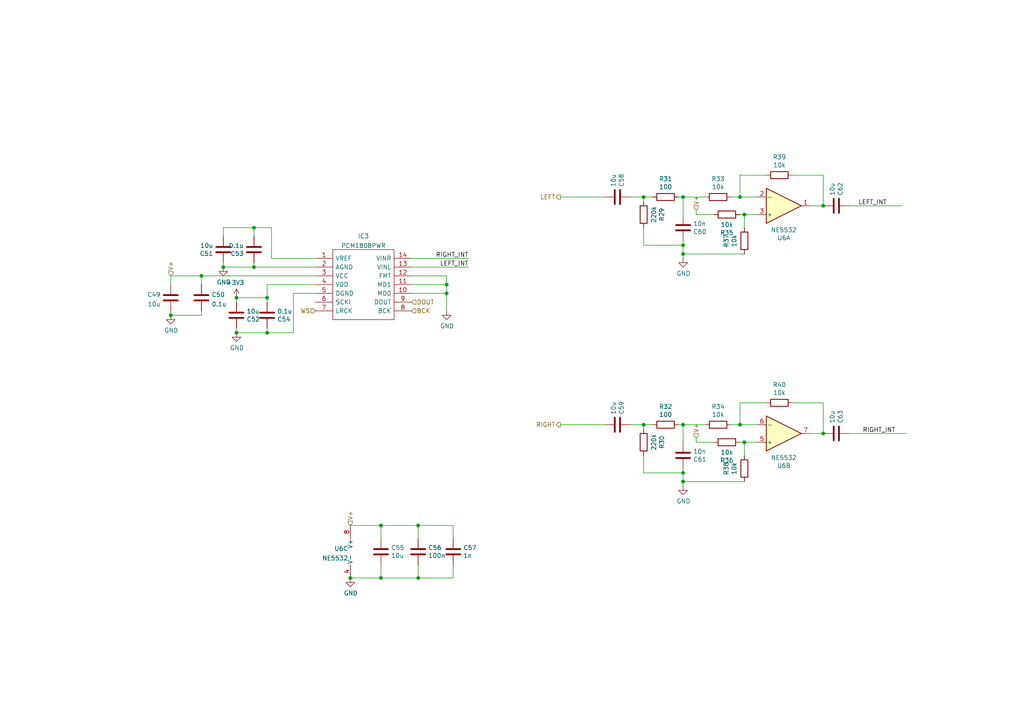
<source format=kicad_sch>
(kicad_sch (version 20211123) (generator eeschema)
  (paper "A4")
  (lib_symbols
    (symbol "Amplifier_Operational:NE5532" (pin_names (offset 0.127))
      (property "Reference" "U" (at 0 5.08 0))
      (property "Value" "NE5532" (at 0 -5.08 0))
      (symbol "NE5532_1_1"
        (polyline (pts (xy -5.08 5.08) (xy 5.08 0) (xy -5.08 -5.08) (xy -5.08 5.08)) (stroke (width 0.254)) (fill (type background)))
        (pin output line (at 7.62 0 180) (length 2.54) (name "~") (number "1"))
        (pin input line (at -7.62 -2.54 0) (length 2.54) (name "-") (number "2"))
        (pin input line (at -7.62 2.54 0) (length 2.54) (name "+") (number "3"))
      )
      (symbol "NE5532_2_1"
        (polyline (pts (xy -5.08 5.08) (xy 5.08 0) (xy -5.08 -5.08) (xy -5.08 5.08)) (stroke (width 0.254)) (fill (type background)))
        (pin input line (at -7.62 2.54 0) (length 2.54) (name "+") (number "5"))
        (pin input line (at -7.62 -2.54 0) (length 2.54) (name "-") (number "6"))
        (pin output line (at 7.62 0 180) (length 2.54) (name "~") (number "7"))
      )
      (symbol "NE5532_3_1"
        (pin power_in line (at -2.54 -7.62 90) (length 3.81) (name "V-") (number "4"))
        (pin power_in line (at -2.54 7.62 270) (length 3.81) (name "V+") (number "8"))
      )
    )
    (symbol "Device:C" (pin_numbers hide) (pin_names (offset 0.254))
      (property "Reference" "C" (at 0.635 2.54 0))
      (property "Value" "C" (at 0.635 -2.54 0))
      (symbol "C_0_1"
        (polyline (pts (xy -2.032 -0.762) (xy 2.032 -0.762)) (stroke (width 0.508)))
        (polyline (pts (xy -2.032 0.762) (xy 2.032 0.762)) (stroke (width 0.508)))
      )
      (symbol "C_1_1"
        (pin passive line (at 0 3.81 270) (length 2.794) (name "~") (number "1"))
        (pin passive line (at 0 -3.81 90) (length 2.794) (name "~") (number "2"))
      )
    )
    (symbol "Device:R" (pin_numbers hide) (pin_names (offset 0))
      (property "Reference" "R" (at 2.032 0 90))
      (property "Value" "R" (at 0 0 90))
      (symbol "R_0_1"
        (rectangle (start -1.016 -2.54) (end 1.016 2.54) (stroke (width 0.254)))
      )
      (symbol "R_1_1"
        (pin passive line (at 0 3.81 270) (length 1.27) (name "~") (number "1"))
        (pin passive line (at 0 -3.81 90) (length 1.27) (name "~") (number "2"))
      )
    )
    (symbol "SamacSys_Parts:PCM1808PWR" (pin_names (offset 0.762))
      (property "Reference" "IC" (at 24.13 7.62 0))
      (property "Value" "PCM1808PWR" (at 24.13 5.08 0))
      (symbol "PCM1808PWR_0_0"
        (pin passive line (at 0 0 0) (length 5.08) (name "VREF") (number "1"))
        (pin passive line (at 27.94 -10.16 180) (length 5.08) (name "MD0") (number "10"))
        (pin passive line (at 27.94 -7.62 180) (length 5.08) (name "MD1") (number "11"))
        (pin passive line (at 27.94 -5.08 180) (length 5.08) (name "FMT") (number "12"))
        (pin passive line (at 27.94 -2.54 180) (length 5.08) (name "VINL") (number "13"))
        (pin passive line (at 27.94 0 180) (length 5.08) (name "VINR") (number "14"))
        (pin passive line (at 0 -2.54 0) (length 5.08) (name "AGND") (number "2"))
        (pin passive line (at 0 -5.08 0) (length 5.08) (name "VCC") (number "3"))
        (pin passive line (at 0 -7.62 0) (length 5.08) (name "VDD") (number "4"))
        (pin passive line (at 0 -10.16 0) (length 5.08) (name "DGND") (number "5"))
        (pin passive line (at 0 -12.7 0) (length 5.08) (name "SCKI") (number "6"))
        (pin passive line (at 0 -15.24 0) (length 5.08) (name "LRCK") (number "7"))
        (pin passive line (at 27.94 -15.24 180) (length 5.08) (name "BCK") (number "8"))
        (pin passive line (at 27.94 -12.7 180) (length 5.08) (name "DOUT") (number "9"))
      )
      (symbol "PCM1808PWR_0_1"
        (polyline (pts (xy 5.08 2.54) (xy 22.86 2.54) (xy 22.86 -17.78) (xy 5.08 -17.78) (xy 5.08 2.54)) (stroke (width 0.1524)))
      )
    )
    (symbol "power:+3.3V" (power) (pin_names (offset 0))
      (property "Value" "+3.3V" (at 0 3.556 0))
      (symbol "+3.3V_0_1"
        (polyline (pts (xy -0.762 1.27) (xy 0 2.54)))
        (polyline (pts (xy 0 0) (xy 0 2.54)))
        (polyline (pts (xy 0 2.54) (xy 0.762 1.27)))
      )
      (symbol "+3.3V_1_1"
        (pin power_in line (at 0 0 90) (length 0) hide (name "+3V3") (number "1"))
      )
    )
    (symbol "power:GND" (power) (pin_names (offset 0))
      (property "Value" "GND" (at 0 -3.81 0))
      (symbol "GND_0_1"
        (polyline (pts (xy 0 0) (xy 0 -1.27) (xy 1.27 -1.27) (xy 0 -2.54) (xy -1.27 -1.27) (xy 0 -1.27)))
      )
      (symbol "GND_1_1"
        (pin power_in line (at 0 0 270) (length 0) hide (name "GND") (number "1"))
      )
    )
  )
  (junction (at 68.58 86.36))
  (junction (at 129.54 85.09))
  (junction (at 129.54 82.55))
  (junction (at 68.58 96.52))
  (junction (at 110.49 152.4))
  (junction (at 215.9 128.27))
  (junction (at 198.12 139.7))
  (junction (at 64.77 77.47))
  (junction (at 198.12 137.16))
  (junction (at 49.53 91.44))
  (junction (at 110.49 167.64))
  (junction (at 238.76 125.73))
  (junction (at 121.285 167.64))
  (junction (at 214.63 123.19))
  (junction (at 101.6 167.64))
  (junction (at 73.66 77.47))
  (junction (at 186.69 57.15))
  (junction (at 77.47 86.36))
  (junction (at 186.69 123.19))
  (junction (at 198.12 123.19))
  (junction (at 77.47 96.52))
  (junction (at 198.12 57.15))
  (junction (at 198.12 73.66))
  (junction (at 238.76 59.69))
  (junction (at 58.42 80.01))
  (junction (at 215.9 62.23))
  (junction (at 121.285 152.4))
  (junction (at 73.66 66.04))
  (junction (at 214.63 57.15))
  (junction (at 198.12 71.12))
  (wire (pts (xy 214.63 50.8) (xy 222.25 50.8)))
  (wire (pts (xy 64.77 77.47) (xy 64.77 76.2)))
  (wire (pts (xy 207.01 128.27) (xy 201.93 128.27)))
  (wire (pts (xy 121.285 152.4) (xy 121.285 156.21)))
  (wire (pts (xy 198.12 73.66) (xy 215.9 73.66)))
  (wire (pts (xy 182.88 123.19) (xy 186.69 123.19)))
  (wire (pts (xy 186.69 123.19) (xy 189.23 123.19)))
  (wire (pts (xy 58.42 91.44) (xy 49.53 91.44)))
  (wire (pts (xy 204.47 123.19) (xy 198.12 123.19)))
  (wire (pts (xy 214.63 116.84) (xy 222.25 116.84)))
  (wire (pts (xy 77.47 87.63) (xy 77.47 86.36)))
  (wire (pts (xy 182.88 57.15) (xy 186.69 57.15)))
  (wire (pts (xy 73.66 68.58) (xy 73.66 66.04)))
  (wire (pts (xy 214.63 62.23) (xy 215.9 62.23)))
  (wire (pts (xy 198.12 139.7) (xy 198.12 140.97)))
  (wire (pts (xy 201.93 128.27) (xy 201.93 127)))
  (wire (pts (xy 214.63 123.19) (xy 219.71 123.19)))
  (wire (pts (xy 91.44 82.55) (xy 77.47 82.55)))
  (wire (pts (xy 85.09 85.09) (xy 85.09 96.52)))
  (wire (pts (xy 229.87 116.84) (xy 238.76 116.84)))
  (wire (pts (xy 246.38 59.69) (xy 261.62 59.69)))
  (wire (pts (xy 73.66 77.47) (xy 64.77 77.47)))
  (wire (pts (xy 129.54 80.01) (xy 129.54 82.55)))
  (wire (pts (xy 77.47 96.52) (xy 68.58 96.52)))
  (wire (pts (xy 101.6 152.4) (xy 110.49 152.4)))
  (wire (pts (xy 91.44 85.09) (xy 85.09 85.09)))
  (wire (pts (xy 78.74 74.93) (xy 78.74 66.04)))
  (wire (pts (xy 58.42 82.55) (xy 58.42 80.01)))
  (wire (pts (xy 198.12 73.66) (xy 198.12 74.93)))
  (wire (pts (xy 121.285 163.83) (xy 121.285 167.64)))
  (wire (pts (xy 73.66 76.2) (xy 73.66 77.47)))
  (wire (pts (xy 68.58 96.52) (xy 68.58 95.25)))
  (wire (pts (xy 129.54 85.09) (xy 129.54 90.17)))
  (wire (pts (xy 73.66 77.47) (xy 91.44 77.47)))
  (wire (pts (xy 121.285 167.64) (xy 131.445 167.64)))
  (wire (pts (xy 229.87 50.8) (xy 238.76 50.8)))
  (wire (pts (xy 68.58 86.36) (xy 68.58 87.63)))
  (wire (pts (xy 186.69 71.12) (xy 198.12 71.12)))
  (wire (pts (xy 215.9 128.27) (xy 215.9 132.08)))
  (wire (pts (xy 215.9 62.23) (xy 219.71 62.23)))
  (wire (pts (xy 186.69 66.04) (xy 186.69 71.12)))
  (wire (pts (xy 77.47 95.25) (xy 77.47 96.52)))
  (wire (pts (xy 77.47 86.36) (xy 77.47 82.55)))
  (wire (pts (xy 212.09 123.19) (xy 214.63 123.19)))
  (wire (pts (xy 198.12 71.12) (xy 198.12 73.66)))
  (wire (pts (xy 204.47 57.15) (xy 198.12 57.15)))
  (wire (pts (xy 110.49 152.4) (xy 110.49 156.21)))
  (wire (pts (xy 186.69 137.16) (xy 198.12 137.16)))
  (wire (pts (xy 119.38 77.47) (xy 135.89 77.47)))
  (wire (pts (xy 201.93 62.23) (xy 201.93 60.96)))
  (wire (pts (xy 121.285 152.4) (xy 131.445 152.4)))
  (wire (pts (xy 101.6 167.64) (xy 110.49 167.64)))
  (wire (pts (xy 58.42 80.01) (xy 49.53 80.01)))
  (wire (pts (xy 207.01 62.23) (xy 201.93 62.23)))
  (wire (pts (xy 77.47 86.36) (xy 68.58 86.36)))
  (wire (pts (xy 214.63 50.8) (xy 214.63 57.15)))
  (wire (pts (xy 78.74 66.04) (xy 73.66 66.04)))
  (wire (pts (xy 49.53 91.44) (xy 49.53 90.17)))
  (wire (pts (xy 58.42 80.01) (xy 91.44 80.01)))
  (wire (pts (xy 198.12 139.7) (xy 215.9 139.7)))
  (wire (pts (xy 162.56 123.19) (xy 175.26 123.19)))
  (wire (pts (xy 91.44 74.93) (xy 78.74 74.93)))
  (wire (pts (xy 131.445 163.83) (xy 131.445 167.64)))
  (wire (pts (xy 212.09 57.15) (xy 214.63 57.15)))
  (wire (pts (xy 196.85 57.15) (xy 198.12 57.15)))
  (wire (pts (xy 234.95 125.73) (xy 238.76 125.73)))
  (wire (pts (xy 119.38 82.55) (xy 129.54 82.55)))
  (wire (pts (xy 215.9 128.27) (xy 219.71 128.27)))
  (wire (pts (xy 214.63 57.15) (xy 219.71 57.15)))
  (wire (pts (xy 198.12 137.16) (xy 198.12 139.7)))
  (wire (pts (xy 186.69 57.15) (xy 189.23 57.15)))
  (wire (pts (xy 186.69 124.46) (xy 186.69 123.19)))
  (wire (pts (xy 214.63 128.27) (xy 215.9 128.27)))
  (wire (pts (xy 186.69 132.08) (xy 186.69 137.16)))
  (wire (pts (xy 58.42 90.17) (xy 58.42 91.44)))
  (wire (pts (xy 119.38 85.09) (xy 129.54 85.09)))
  (wire (pts (xy 215.9 62.23) (xy 215.9 66.04)))
  (wire (pts (xy 110.49 167.64) (xy 121.285 167.64)))
  (wire (pts (xy 64.77 66.04) (xy 64.77 68.58)))
  (wire (pts (xy 246.38 125.73) (xy 262.89 125.73)))
  (wire (pts (xy 198.12 137.16) (xy 198.12 135.89)))
  (wire (pts (xy 73.66 66.04) (xy 64.77 66.04)))
  (wire (pts (xy 198.12 71.12) (xy 198.12 69.85)))
  (wire (pts (xy 131.445 152.4) (xy 131.445 156.21)))
  (wire (pts (xy 129.54 82.55) (xy 129.54 85.09)))
  (wire (pts (xy 234.95 59.69) (xy 238.76 59.69)))
  (wire (pts (xy 186.69 58.42) (xy 186.69 57.15)))
  (wire (pts (xy 119.38 74.93) (xy 135.89 74.93)))
  (wire (pts (xy 110.49 152.4) (xy 121.285 152.4)))
  (wire (pts (xy 238.76 50.8) (xy 238.76 59.69)))
  (wire (pts (xy 214.63 116.84) (xy 214.63 123.19)))
  (wire (pts (xy 49.53 80.01) (xy 49.53 82.55)))
  (wire (pts (xy 198.12 128.27) (xy 198.12 123.19)))
  (wire (pts (xy 119.38 80.01) (xy 129.54 80.01)))
  (wire (pts (xy 110.49 163.83) (xy 110.49 167.64)))
  (wire (pts (xy 77.47 96.52) (xy 85.09 96.52)))
  (wire (pts (xy 196.85 123.19) (xy 198.12 123.19)))
  (wire (pts (xy 238.76 116.84) (xy 238.76 125.73)))
  (wire (pts (xy 162.56 57.15) (xy 175.26 57.15)))
  (wire (pts (xy 198.12 62.23) (xy 198.12 57.15)))
  (label "RIGHT_INT" (at 135.89 74.93 180))
  (label "LEFT_INT" (at 135.89 77.47 180))
  (label "RIGHT_INT" (at 250.19 125.73 0))
  (label "LEFT_INT" (at 248.92 59.69 0))
  (hierarchical_label "BCK" (shape input) (at 119.38 90.17 0))
  (hierarchical_label "WS" (shape input) (at 91.44 90.17 180))
  (hierarchical_label "LEFT" (shape output) (at 162.56 57.15 180))
  (hierarchical_label "RIGHT" (shape output) (at 162.56 123.19 180))
  (hierarchical_label "DOUT" (shape input) (at 119.38 87.63 0))
  (hierarchical_label "V+" (shape input) (at 201.93 60.96 90))
  (hierarchical_label "V+" (shape input) (at 101.6 152.4 90))
  (hierarchical_label "V+" (shape input) (at 49.53 80.01 90))
  (hierarchical_label "V+" (shape input) (at 201.93 127 90))
  (symbol (lib_id "Device:C") (at 242.57 125.73 270) (mirror x) (unit 1)
    (property "Reference" "C63" (at 243.7384 122.809 0) (effects (justify left)))
    (property "Value" "10u" (at 241.427 122.809 0) (effects (justify left)))
    (property "Footprint" "Capacitor_SMD:C_0603_1608Metric" (effects hide))
  )
  (symbol (lib_id "Device:C") (at 49.53 86.36 0) (mirror x) (unit 1)
    (property "Reference" "C49" (at 46.6091 85.4515 0) (effects (justify right)))
    (property "Value" "10u" (at 46.6091 88.2266 0) (effects (justify right)))
    (property "Footprint" "Capacitor_SMD:C_0603_1608Metric" (effects hide))
  )
  (symbol (lib_id "power:GND") (at 129.54 90.17 0) (unit 1)
    (property "Reference" "#PWR052" (effects hide))
    (property "Value" "GND" (at 129.667 94.5642 0))
  )
  (symbol (lib_id "Device:C") (at 198.12 132.08 0) (mirror x) (unit 1)
    (property "Reference" "C61" (at 201.041 133.2484 0) (effects (justify left)))
    (property "Value" "10n" (at 201.041 130.937 0) (effects (justify left)))
    (property "Footprint" "Capacitor_SMD:C_0603_1608Metric" (effects hide))
  )
  (symbol (lib_id "Device:C") (at 131.445 160.02 0) (unit 1)
    (property "Reference" "C57" (at 134.366 158.8516 0) (effects (justify left)))
    (property "Value" "1n" (at 134.366 161.163 0) (effects (justify left)))
    (property "Footprint" "Capacitor_SMD:C_0603_1608Metric" (effects hide))
  )
  (symbol (lib_id "power:GND") (at 64.77 77.47 0) (unit 1)
    (property "Reference" "#PWR?" (effects hide))
    (property "Value" "GND" (at 64.897 81.8642 0))
  )
  (symbol (lib_id "Device:C") (at 198.12 66.04 0) (mirror x) (unit 1)
    (property "Reference" "C60" (at 201.041 67.2084 0) (effects (justify left)))
    (property "Value" "10n" (at 201.041 64.897 0) (effects (justify left)))
    (property "Footprint" "Capacitor_SMD:C_0603_1608Metric" (effects hide))
  )
  (symbol (lib_id "Amplifier_Operational:NE5532") (at 227.33 59.69 0) (mirror x) (unit 1)
    (property "Reference" "U6" (at 227.33 69.0118 0))
    (property "Value" "NE5532" (at 227.33 66.7004 0))
    (property "Footprint" "Package_SO:SOIC-8_3.9x4.9mm_P1.27mm" (effects hide))
    (property "Datasheet" "http://www.ti.com/lit/ds/symlink/ne5532.pdf" (effects hide))
  )
  (symbol (lib_id "power:GND") (at 68.58 96.52 0) (unit 1)
    (property "Reference" "#PWR049" (effects hide))
    (property "Value" "GND" (at 68.707 100.9142 0))
  )
  (symbol (lib_id "Device:C") (at 77.47 91.44 0) (mirror x) (unit 1)
    (property "Reference" "C54" (at 80.391 92.6084 0) (effects (justify left)))
    (property "Value" "0.1u" (at 80.391 90.297 0) (effects (justify left)))
    (property "Footprint" "Capacitor_SMD:C_0603_1608Metric" (effects hide))
  )
  (symbol (lib_id "Amplifier_Operational:NE5532") (at 99.06 160.02 0) (mirror y) (unit 3)
    (property "Reference" "U6" (at 100.965 159.1115 0) (effects (justify left)))
    (property "Value" "NE5532" (at 100.965 161.8866 0) (effects (justify left)))
    (property "Footprint" "Package_SO:SOIC-8_3.9x4.9mm_P1.27mm" (effects hide))
    (property "Datasheet" "http://www.ti.com/lit/ds/symlink/ne5532.pdf" (effects hide))
  )
  (symbol (lib_id "Device:C") (at 110.49 160.02 0) (unit 1)
    (property "Reference" "C55" (at 113.411 158.8516 0) (effects (justify left)))
    (property "Value" "10u" (at 113.411 161.163 0) (effects (justify left)))
    (property "Footprint" "Capacitor_SMD:C_0603_1608Metric" (effects hide))
  )
  (symbol (lib_id "power:+3.3V") (at 68.58 86.36 0) (mirror y) (unit 1)
    (property "Reference" "#PWR048" (effects hide))
    (property "Value" "+3.3V" (at 68.199 81.9658 0))
  )
  (symbol (lib_id "power:GND") (at 49.53 91.44 0) (unit 1)
    (property "Reference" "#PWR047" (effects hide))
    (property "Value" "GND" (at 49.657 95.8342 0))
  )
  (symbol (lib_id "SamacSys_Parts:PCM1808PWR") (at 91.44 74.93 0) (unit 1)
    (property "Reference" "IC3" (at 105.41 68.4743 0))
    (property "Value" "PCM1808PWR" (at 105.41 71.2494 0))
    (property "Footprint" "SamacSys_Parts:PCM1808PWR" (effects hide))
    (property "Datasheet" "http://www.ti.com/lit/gpn/PCM1808" (effects hide))
    (property "Description" "99dB SNR Stereo ADC With Single-Ended Inputs" (effects hide))
    (property "Height" "1.2" (effects hide))
    (property "Mouser Part Number" "595-PCM1808PWR" (effects hide))
    (property "Mouser Price/Stock" "https://www.mouser.co.uk/ProductDetail/Texas-Instruments/PCM1808PWR?qs=iSMark9AYDUN6MG%2FdYNqIg%3D%3D" (effects hide))
    (property "Manufacturer_Name" "Texas Instruments" (effects hide))
    (property "Manufacturer_Part_Number" "PCM1808PWR" (effects hide))
  )
  (symbol (lib_id "power:GND") (at 198.12 74.93 0) (unit 1)
    (property "Reference" "#PWR0127" (effects hide))
    (property "Value" "GND" (at 198.247 79.3242 0))
  )
  (symbol (lib_id "Device:R") (at 226.06 50.8 270) (mirror x) (unit 1)
    (property "Reference" "R39" (at 226.06 45.5422 90))
    (property "Value" "10k" (at 226.06 47.8536 90))
    (property "Footprint" "Resistor_SMD:R_0603_1608Metric" (effects hide))
  )
  (symbol (lib_id "power:GND") (at 198.12 140.97 0) (unit 1)
    (property "Reference" "#PWR0149" (effects hide))
    (property "Value" "GND" (at 198.247 145.3642 0))
  )
  (symbol (lib_id "Device:C") (at 73.66 72.39 180) (unit 1)
    (property "Reference" "C53" (at 70.739 73.5584 0) (effects (justify left)))
    (property "Value" "0.1u" (at 70.739 71.247 0) (effects (justify left)))
    (property "Footprint" "Capacitor_SMD:C_0603_1608Metric" (effects hide))
  )
  (symbol (lib_id "Device:C") (at 121.285 160.02 0) (unit 1)
    (property "Reference" "C56" (at 124.206 158.8516 0) (effects (justify left)))
    (property "Value" "100n" (at 124.206 161.163 0) (effects (justify left)))
    (property "Footprint" "Capacitor_SMD:C_0603_1608Metric" (effects hide))
  )
  (symbol (lib_id "Device:R") (at 208.28 57.15 270) (mirror x) (unit 1)
    (property "Reference" "R33" (at 208.28 51.8922 90))
    (property "Value" "10k" (at 208.28 54.2036 90))
    (property "Footprint" "Resistor_SMD:R_0603_1608Metric" (effects hide))
  )
  (symbol (lib_id "Amplifier_Operational:NE5532") (at 227.33 125.73 0) (mirror x) (unit 2)
    (property "Reference" "U6" (at 227.33 135.0518 0))
    (property "Value" "NE5532" (at 227.33 132.7404 0))
    (property "Footprint" "Package_SO:SOIC-8_3.9x4.9mm_P1.27mm" (effects hide))
    (property "Datasheet" "http://www.ti.com/lit/ds/symlink/ne5532.pdf" (effects hide))
  )
  (symbol (lib_id "Device:R") (at 186.69 128.27 0) (mirror x) (unit 1)
    (property "Reference" "R30" (at 191.9478 128.27 90))
    (property "Value" "220k" (at 189.6364 128.27 90))
    (property "Footprint" "Resistor_SMD:R_0603_1608Metric" (effects hide))
  )
  (symbol (lib_id "Device:R") (at 226.06 116.84 270) (mirror x) (unit 1)
    (property "Reference" "R40" (at 226.06 111.5822 90))
    (property "Value" "10k" (at 226.06 113.8936 90))
    (property "Footprint" "Resistor_SMD:R_0603_1608Metric" (effects hide))
  )
  (symbol (lib_id "Device:R") (at 215.9 135.89 0) (mirror y) (unit 1)
    (property "Reference" "R38" (at 210.6422 135.89 90))
    (property "Value" "10k" (at 212.9536 135.89 90))
    (property "Footprint" "Resistor_SMD:R_0603_1608Metric" (effects hide))
  )
  (symbol (lib_id "Device:R") (at 210.82 62.23 90) (mirror x) (unit 1)
    (property "Reference" "R35" (at 210.82 67.4878 90))
    (property "Value" "10k" (at 210.82 65.1764 90))
    (property "Footprint" "Resistor_SMD:R_0603_1608Metric" (effects hide))
  )
  (symbol (lib_id "Device:R") (at 208.28 123.19 270) (mirror x) (unit 1)
    (property "Reference" "R34" (at 208.28 117.9322 90))
    (property "Value" "10k" (at 208.28 120.2436 90))
    (property "Footprint" "Resistor_SMD:R_0603_1608Metric" (effects hide))
  )
  (symbol (lib_id "Device:C") (at 179.07 123.19 270) (mirror x) (unit 1)
    (property "Reference" "C59" (at 180.2384 120.269 0) (effects (justify left)))
    (property "Value" "10u" (at 177.927 120.269 0) (effects (justify left)))
    (property "Footprint" "Capacitor_SMD:C_0603_1608Metric" (effects hide))
  )
  (symbol (lib_id "Device:C") (at 179.07 57.15 270) (mirror x) (unit 1)
    (property "Reference" "C58" (at 180.2384 54.229 0) (effects (justify left)))
    (property "Value" "10u" (at 177.927 54.229 0) (effects (justify left)))
    (property "Footprint" "Capacitor_SMD:C_0603_1608Metric" (effects hide))
  )
  (symbol (lib_id "Device:C") (at 242.57 59.69 270) (mirror x) (unit 1)
    (property "Reference" "C62" (at 243.7384 56.769 0) (effects (justify left)))
    (property "Value" "10u" (at 241.427 56.769 0) (effects (justify left)))
    (property "Footprint" "Capacitor_SMD:C_0603_1608Metric" (effects hide))
  )
  (symbol (lib_id "Device:R") (at 210.82 128.27 90) (mirror x) (unit 1)
    (property "Reference" "R36" (at 210.82 133.5278 90))
    (property "Value" "10k" (at 210.82 131.2164 90))
    (property "Footprint" "Resistor_SMD:R_0603_1608Metric" (effects hide))
  )
  (symbol (lib_id "Device:C") (at 64.77 72.39 180) (unit 1)
    (property "Reference" "C51" (at 61.849 73.5584 0) (effects (justify left)))
    (property "Value" "10u" (at 61.849 71.247 0) (effects (justify left)))
    (property "Footprint" "Capacitor_SMD:C_0603_1608Metric" (effects hide))
  )
  (symbol (lib_id "Device:R") (at 193.04 123.19 270) (mirror x) (unit 1)
    (property "Reference" "R32" (at 193.04 117.9322 90))
    (property "Value" "100" (at 193.04 120.2436 90))
    (property "Footprint" "Resistor_SMD:R_0603_1608Metric" (effects hide))
  )
  (symbol (lib_id "power:GND") (at 101.6 167.64 0) (unit 1)
    (property "Reference" "#PWR051" (effects hide))
    (property "Value" "GND" (at 101.727 172.0342 0))
  )
  (symbol (lib_id "Device:C") (at 68.58 91.44 0) (mirror x) (unit 1)
    (property "Reference" "C52" (at 71.501 92.6084 0) (effects (justify left)))
    (property "Value" "10u" (at 71.501 90.297 0) (effects (justify left)))
    (property "Footprint" "Capacitor_SMD:C_0603_1608Metric" (effects hide))
  )
  (symbol (lib_id "Device:R") (at 215.9 69.85 0) (mirror y) (unit 1)
    (property "Reference" "R37" (at 210.6422 69.85 90))
    (property "Value" "10k" (at 212.9536 69.85 90))
    (property "Footprint" "Resistor_SMD:R_0603_1608Metric" (effects hide))
  )
  (symbol (lib_id "Device:R") (at 186.69 62.23 0) (mirror x) (unit 1)
    (property "Reference" "R29" (at 191.9478 62.23 90))
    (property "Value" "220k" (at 189.6364 62.23 90))
    (property "Footprint" "Resistor_SMD:R_0603_1608Metric" (effects hide))
  )
  (symbol (lib_id "Device:C") (at 58.42 86.36 0) (mirror x) (unit 1)
    (property "Reference" "C50" (at 61.341 85.4515 0) (effects (justify left)))
    (property "Value" "0.1u" (at 61.341 88.2266 0) (effects (justify left)))
    (property "Footprint" "Capacitor_SMD:C_0603_1608Metric" (effects hide))
  )
  (symbol (lib_id "Device:R") (at 193.04 57.15 270) (mirror x) (unit 1)
    (property "Reference" "R31" (at 193.04 51.8922 90))
    (property "Value" "100" (at 193.04 54.2036 90))
    (property "Footprint" "Resistor_SMD:R_0603_1608Metric" (effects hide))
  )
)
</source>
